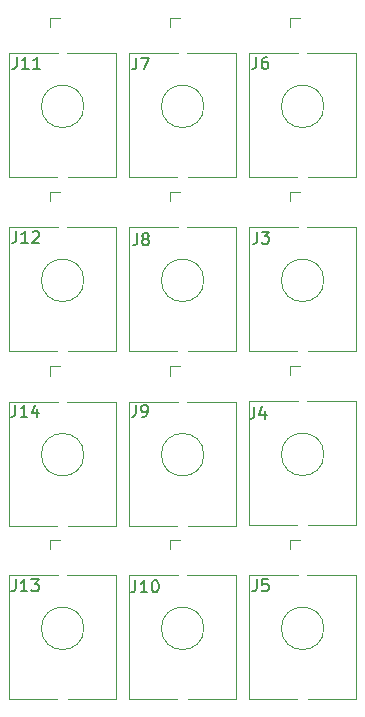
<source format=gbr>
%TF.GenerationSoftware,KiCad,Pcbnew,(5.1.9)-1*%
%TF.CreationDate,2021-05-12T23:24:28-04:00*%
%TF.ProjectId,main,6d61696e-2e6b-4696-9361-645f70636258,rev?*%
%TF.SameCoordinates,Original*%
%TF.FileFunction,Legend,Top*%
%TF.FilePolarity,Positive*%
%FSLAX46Y46*%
G04 Gerber Fmt 4.6, Leading zero omitted, Abs format (unit mm)*
G04 Created by KiCad (PCBNEW (5.1.9)-1) date 2021-05-12 23:24:28*
%MOMM*%
%LPD*%
G01*
G04 APERTURE LIST*
%ADD10C,0.120000*%
%ADD11C,0.150000*%
G04 APERTURE END LIST*
D10*
%TO.C,J3*%
X176740000Y-107966000D02*
X177600000Y-107966000D01*
X176740000Y-107966000D02*
X176740000Y-108766000D01*
X179600000Y-115446000D02*
G75*
G03*
X179600000Y-115446000I-1800000J0D01*
G01*
X177450000Y-110946000D02*
X173300000Y-110946000D01*
X182300000Y-110946000D02*
X178150000Y-110946000D01*
X177300000Y-121446000D02*
X173300000Y-121446000D01*
X182300000Y-121446000D02*
X178300000Y-121446000D01*
X182300000Y-110946000D02*
X182300000Y-121446000D01*
X173300000Y-110946000D02*
X173300000Y-121446000D01*
%TO.C,J4*%
X173300000Y-125678000D02*
X173300000Y-136178000D01*
X182300000Y-125678000D02*
X182300000Y-136178000D01*
X182300000Y-136178000D02*
X178300000Y-136178000D01*
X177300000Y-136178000D02*
X173300000Y-136178000D01*
X182300000Y-125678000D02*
X178150000Y-125678000D01*
X177450000Y-125678000D02*
X173300000Y-125678000D01*
X179600000Y-130178000D02*
G75*
G03*
X179600000Y-130178000I-1800000J0D01*
G01*
X176740000Y-122698000D02*
X176740000Y-123498000D01*
X176740000Y-122698000D02*
X177600000Y-122698000D01*
%TO.C,J5*%
X173300000Y-140410000D02*
X173300000Y-150910000D01*
X182300000Y-140410000D02*
X182300000Y-150910000D01*
X182300000Y-150910000D02*
X178300000Y-150910000D01*
X177300000Y-150910000D02*
X173300000Y-150910000D01*
X182300000Y-140410000D02*
X178150000Y-140410000D01*
X177450000Y-140410000D02*
X173300000Y-140410000D01*
X179600000Y-144910000D02*
G75*
G03*
X179600000Y-144910000I-1800000J0D01*
G01*
X176740000Y-137430000D02*
X176740000Y-138230000D01*
X176740000Y-137430000D02*
X177600000Y-137430000D01*
%TO.C,J6*%
X176740000Y-93234000D02*
X177600000Y-93234000D01*
X176740000Y-93234000D02*
X176740000Y-94034000D01*
X179600000Y-100714000D02*
G75*
G03*
X179600000Y-100714000I-1800000J0D01*
G01*
X177450000Y-96214000D02*
X173300000Y-96214000D01*
X182300000Y-96214000D02*
X178150000Y-96214000D01*
X177300000Y-106714000D02*
X173300000Y-106714000D01*
X182300000Y-106714000D02*
X178300000Y-106714000D01*
X182300000Y-96214000D02*
X182300000Y-106714000D01*
X173300000Y-96214000D02*
X173300000Y-106714000D01*
%TO.C,J7*%
X166580000Y-93234000D02*
X167440000Y-93234000D01*
X166580000Y-93234000D02*
X166580000Y-94034000D01*
X169440000Y-100714000D02*
G75*
G03*
X169440000Y-100714000I-1800000J0D01*
G01*
X167290000Y-96214000D02*
X163140000Y-96214000D01*
X172140000Y-96214000D02*
X167990000Y-96214000D01*
X167140000Y-106714000D02*
X163140000Y-106714000D01*
X172140000Y-106714000D02*
X168140000Y-106714000D01*
X172140000Y-96214000D02*
X172140000Y-106714000D01*
X163140000Y-96214000D02*
X163140000Y-106714000D01*
%TO.C,J8*%
X166580000Y-107966000D02*
X167440000Y-107966000D01*
X166580000Y-107966000D02*
X166580000Y-108766000D01*
X169440000Y-115446000D02*
G75*
G03*
X169440000Y-115446000I-1800000J0D01*
G01*
X167290000Y-110946000D02*
X163140000Y-110946000D01*
X172140000Y-110946000D02*
X167990000Y-110946000D01*
X167140000Y-121446000D02*
X163140000Y-121446000D01*
X172140000Y-121446000D02*
X168140000Y-121446000D01*
X172140000Y-110946000D02*
X172140000Y-121446000D01*
X163140000Y-110946000D02*
X163140000Y-121446000D01*
%TO.C,J9*%
X166580000Y-122728000D02*
X167440000Y-122728000D01*
X166580000Y-122728000D02*
X166580000Y-123528000D01*
X169440000Y-130208000D02*
G75*
G03*
X169440000Y-130208000I-1800000J0D01*
G01*
X167290000Y-125708000D02*
X163140000Y-125708000D01*
X172140000Y-125708000D02*
X167990000Y-125708000D01*
X167140000Y-136208000D02*
X163140000Y-136208000D01*
X172140000Y-136208000D02*
X168140000Y-136208000D01*
X172140000Y-125708000D02*
X172140000Y-136208000D01*
X163140000Y-125708000D02*
X163140000Y-136208000D01*
%TO.C,J10*%
X163140000Y-140410000D02*
X163140000Y-150910000D01*
X172140000Y-140410000D02*
X172140000Y-150910000D01*
X172140000Y-150910000D02*
X168140000Y-150910000D01*
X167140000Y-150910000D02*
X163140000Y-150910000D01*
X172140000Y-140410000D02*
X167990000Y-140410000D01*
X167290000Y-140410000D02*
X163140000Y-140410000D01*
X169440000Y-144910000D02*
G75*
G03*
X169440000Y-144910000I-1800000J0D01*
G01*
X166580000Y-137430000D02*
X166580000Y-138230000D01*
X166580000Y-137430000D02*
X167440000Y-137430000D01*
%TO.C,J11*%
X152980000Y-96214000D02*
X152980000Y-106714000D01*
X161980000Y-96214000D02*
X161980000Y-106714000D01*
X161980000Y-106714000D02*
X157980000Y-106714000D01*
X156980000Y-106714000D02*
X152980000Y-106714000D01*
X161980000Y-96214000D02*
X157830000Y-96214000D01*
X157130000Y-96214000D02*
X152980000Y-96214000D01*
X159280000Y-100714000D02*
G75*
G03*
X159280000Y-100714000I-1800000J0D01*
G01*
X156420000Y-93234000D02*
X156420000Y-94034000D01*
X156420000Y-93234000D02*
X157280000Y-93234000D01*
%TO.C,J12*%
X156420000Y-107966000D02*
X157280000Y-107966000D01*
X156420000Y-107966000D02*
X156420000Y-108766000D01*
X159280000Y-115446000D02*
G75*
G03*
X159280000Y-115446000I-1800000J0D01*
G01*
X157130000Y-110946000D02*
X152980000Y-110946000D01*
X161980000Y-110946000D02*
X157830000Y-110946000D01*
X156980000Y-121446000D02*
X152980000Y-121446000D01*
X161980000Y-121446000D02*
X157980000Y-121446000D01*
X161980000Y-110946000D02*
X161980000Y-121446000D01*
X152980000Y-110946000D02*
X152980000Y-121446000D01*
%TO.C,J13*%
X152980000Y-140410000D02*
X152980000Y-150910000D01*
X161980000Y-140410000D02*
X161980000Y-150910000D01*
X161980000Y-150910000D02*
X157980000Y-150910000D01*
X156980000Y-150910000D02*
X152980000Y-150910000D01*
X161980000Y-140410000D02*
X157830000Y-140410000D01*
X157130000Y-140410000D02*
X152980000Y-140410000D01*
X159280000Y-144910000D02*
G75*
G03*
X159280000Y-144910000I-1800000J0D01*
G01*
X156420000Y-137430000D02*
X156420000Y-138230000D01*
X156420000Y-137430000D02*
X157280000Y-137430000D01*
%TO.C,J14*%
X152980000Y-125708000D02*
X152980000Y-136208000D01*
X161980000Y-125708000D02*
X161980000Y-136208000D01*
X161980000Y-136208000D02*
X157980000Y-136208000D01*
X156980000Y-136208000D02*
X152980000Y-136208000D01*
X161980000Y-125708000D02*
X157830000Y-125708000D01*
X157130000Y-125708000D02*
X152980000Y-125708000D01*
X159280000Y-130208000D02*
G75*
G03*
X159280000Y-130208000I-1800000J0D01*
G01*
X156420000Y-122728000D02*
X156420000Y-123528000D01*
X156420000Y-122728000D02*
X157280000Y-122728000D01*
%TO.C,J3*%
D11*
X173961466Y-111326680D02*
X173961466Y-112040966D01*
X173913847Y-112183823D01*
X173818609Y-112279061D01*
X173675752Y-112326680D01*
X173580514Y-112326680D01*
X174342419Y-111326680D02*
X174961466Y-111326680D01*
X174628133Y-111707633D01*
X174770990Y-111707633D01*
X174866228Y-111755252D01*
X174913847Y-111802871D01*
X174961466Y-111898109D01*
X174961466Y-112136204D01*
X174913847Y-112231442D01*
X174866228Y-112279061D01*
X174770990Y-112326680D01*
X174485276Y-112326680D01*
X174390038Y-112279061D01*
X174342419Y-112231442D01*
%TO.C,J4*%
X173720166Y-126147580D02*
X173720166Y-126861866D01*
X173672547Y-127004723D01*
X173577309Y-127099961D01*
X173434452Y-127147580D01*
X173339214Y-127147580D01*
X174624928Y-126480914D02*
X174624928Y-127147580D01*
X174386833Y-126099961D02*
X174148738Y-126814247D01*
X174767785Y-126814247D01*
%TO.C,J5*%
X173923366Y-140765280D02*
X173923366Y-141479566D01*
X173875747Y-141622423D01*
X173780509Y-141717661D01*
X173637652Y-141765280D01*
X173542414Y-141765280D01*
X174875747Y-140765280D02*
X174399557Y-140765280D01*
X174351938Y-141241471D01*
X174399557Y-141193852D01*
X174494795Y-141146233D01*
X174732890Y-141146233D01*
X174828128Y-141193852D01*
X174875747Y-141241471D01*
X174923366Y-141336709D01*
X174923366Y-141574804D01*
X174875747Y-141670042D01*
X174828128Y-141717661D01*
X174732890Y-141765280D01*
X174494795Y-141765280D01*
X174399557Y-141717661D01*
X174351938Y-141670042D01*
%TO.C,J6*%
X173897966Y-96543880D02*
X173897966Y-97258166D01*
X173850347Y-97401023D01*
X173755109Y-97496261D01*
X173612252Y-97543880D01*
X173517014Y-97543880D01*
X174802728Y-96543880D02*
X174612252Y-96543880D01*
X174517014Y-96591500D01*
X174469395Y-96639119D01*
X174374157Y-96781976D01*
X174326538Y-96972452D01*
X174326538Y-97353404D01*
X174374157Y-97448642D01*
X174421776Y-97496261D01*
X174517014Y-97543880D01*
X174707490Y-97543880D01*
X174802728Y-97496261D01*
X174850347Y-97448642D01*
X174897966Y-97353404D01*
X174897966Y-97115309D01*
X174850347Y-97020071D01*
X174802728Y-96972452D01*
X174707490Y-96924833D01*
X174517014Y-96924833D01*
X174421776Y-96972452D01*
X174374157Y-97020071D01*
X174326538Y-97115309D01*
%TO.C,J7*%
X163737966Y-96581980D02*
X163737966Y-97296266D01*
X163690347Y-97439123D01*
X163595109Y-97534361D01*
X163452252Y-97581980D01*
X163357014Y-97581980D01*
X164118919Y-96581980D02*
X164785585Y-96581980D01*
X164357014Y-97581980D01*
%TO.C,J8*%
X163788766Y-111479080D02*
X163788766Y-112193366D01*
X163741147Y-112336223D01*
X163645909Y-112431461D01*
X163503052Y-112479080D01*
X163407814Y-112479080D01*
X164407814Y-111907652D02*
X164312576Y-111860033D01*
X164264957Y-111812414D01*
X164217338Y-111717176D01*
X164217338Y-111669557D01*
X164264957Y-111574319D01*
X164312576Y-111526700D01*
X164407814Y-111479080D01*
X164598290Y-111479080D01*
X164693528Y-111526700D01*
X164741147Y-111574319D01*
X164788766Y-111669557D01*
X164788766Y-111717176D01*
X164741147Y-111812414D01*
X164693528Y-111860033D01*
X164598290Y-111907652D01*
X164407814Y-111907652D01*
X164312576Y-111955271D01*
X164264957Y-112002890D01*
X164217338Y-112098128D01*
X164217338Y-112288604D01*
X164264957Y-112383842D01*
X164312576Y-112431461D01*
X164407814Y-112479080D01*
X164598290Y-112479080D01*
X164693528Y-112431461D01*
X164741147Y-112383842D01*
X164788766Y-112288604D01*
X164788766Y-112098128D01*
X164741147Y-112002890D01*
X164693528Y-111955271D01*
X164598290Y-111907652D01*
%TO.C,J9*%
X163699866Y-125995180D02*
X163699866Y-126709466D01*
X163652247Y-126852323D01*
X163557009Y-126947561D01*
X163414152Y-126995180D01*
X163318914Y-126995180D01*
X164223676Y-126995180D02*
X164414152Y-126995180D01*
X164509390Y-126947561D01*
X164557009Y-126899942D01*
X164652247Y-126757085D01*
X164699866Y-126566609D01*
X164699866Y-126185657D01*
X164652247Y-126090419D01*
X164604628Y-126042800D01*
X164509390Y-125995180D01*
X164318914Y-125995180D01*
X164223676Y-126042800D01*
X164176057Y-126090419D01*
X164128438Y-126185657D01*
X164128438Y-126423752D01*
X164176057Y-126518990D01*
X164223676Y-126566609D01*
X164318914Y-126614228D01*
X164509390Y-126614228D01*
X164604628Y-126566609D01*
X164652247Y-126518990D01*
X164699866Y-126423752D01*
%TO.C,J10*%
X163655476Y-140841480D02*
X163655476Y-141555766D01*
X163607857Y-141698623D01*
X163512619Y-141793861D01*
X163369761Y-141841480D01*
X163274523Y-141841480D01*
X164655476Y-141841480D02*
X164084047Y-141841480D01*
X164369761Y-141841480D02*
X164369761Y-140841480D01*
X164274523Y-140984338D01*
X164179285Y-141079576D01*
X164084047Y-141127195D01*
X165274523Y-140841480D02*
X165369761Y-140841480D01*
X165465000Y-140889100D01*
X165512619Y-140936719D01*
X165560238Y-141031957D01*
X165607857Y-141222433D01*
X165607857Y-141460528D01*
X165560238Y-141651004D01*
X165512619Y-141746242D01*
X165465000Y-141793861D01*
X165369761Y-141841480D01*
X165274523Y-141841480D01*
X165179285Y-141793861D01*
X165131666Y-141746242D01*
X165084047Y-141651004D01*
X165036428Y-141460528D01*
X165036428Y-141222433D01*
X165084047Y-141031957D01*
X165131666Y-140936719D01*
X165179285Y-140889100D01*
X165274523Y-140841480D01*
%TO.C,J11*%
X153622476Y-96543880D02*
X153622476Y-97258166D01*
X153574857Y-97401023D01*
X153479619Y-97496261D01*
X153336761Y-97543880D01*
X153241523Y-97543880D01*
X154622476Y-97543880D02*
X154051047Y-97543880D01*
X154336761Y-97543880D02*
X154336761Y-96543880D01*
X154241523Y-96686738D01*
X154146285Y-96781976D01*
X154051047Y-96829595D01*
X155574857Y-97543880D02*
X155003428Y-97543880D01*
X155289142Y-97543880D02*
X155289142Y-96543880D01*
X155193904Y-96686738D01*
X155098666Y-96781976D01*
X155003428Y-96829595D01*
%TO.C,J12*%
X153558976Y-111275880D02*
X153558976Y-111990166D01*
X153511357Y-112133023D01*
X153416119Y-112228261D01*
X153273261Y-112275880D01*
X153178023Y-112275880D01*
X154558976Y-112275880D02*
X153987547Y-112275880D01*
X154273261Y-112275880D02*
X154273261Y-111275880D01*
X154178023Y-111418738D01*
X154082785Y-111513976D01*
X153987547Y-111561595D01*
X154939928Y-111371119D02*
X154987547Y-111323500D01*
X155082785Y-111275880D01*
X155320880Y-111275880D01*
X155416119Y-111323500D01*
X155463738Y-111371119D01*
X155511357Y-111466357D01*
X155511357Y-111561595D01*
X155463738Y-111704452D01*
X154892309Y-112275880D01*
X155511357Y-112275880D01*
%TO.C,J13*%
X153508176Y-140765280D02*
X153508176Y-141479566D01*
X153460557Y-141622423D01*
X153365319Y-141717661D01*
X153222461Y-141765280D01*
X153127223Y-141765280D01*
X154508176Y-141765280D02*
X153936747Y-141765280D01*
X154222461Y-141765280D02*
X154222461Y-140765280D01*
X154127223Y-140908138D01*
X154031985Y-141003376D01*
X153936747Y-141050995D01*
X154841509Y-140765280D02*
X155460557Y-140765280D01*
X155127223Y-141146233D01*
X155270080Y-141146233D01*
X155365319Y-141193852D01*
X155412938Y-141241471D01*
X155460557Y-141336709D01*
X155460557Y-141574804D01*
X155412938Y-141670042D01*
X155365319Y-141717661D01*
X155270080Y-141765280D01*
X154984366Y-141765280D01*
X154889128Y-141717661D01*
X154841509Y-141670042D01*
%TO.C,J14*%
X153495476Y-126007880D02*
X153495476Y-126722166D01*
X153447857Y-126865023D01*
X153352619Y-126960261D01*
X153209761Y-127007880D01*
X153114523Y-127007880D01*
X154495476Y-127007880D02*
X153924047Y-127007880D01*
X154209761Y-127007880D02*
X154209761Y-126007880D01*
X154114523Y-126150738D01*
X154019285Y-126245976D01*
X153924047Y-126293595D01*
X155352619Y-126341214D02*
X155352619Y-127007880D01*
X155114523Y-125960261D02*
X154876428Y-126674547D01*
X155495476Y-126674547D01*
%TD*%
M02*

</source>
